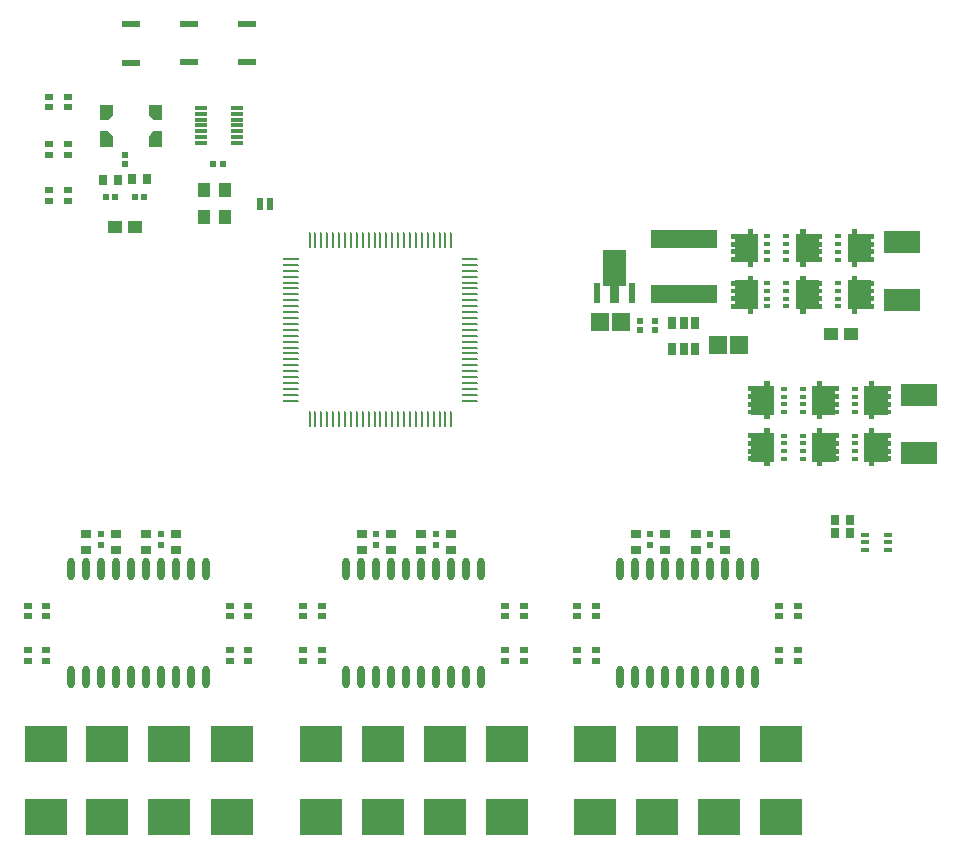
<source format=gtp>
G04*
G04 #@! TF.GenerationSoftware,Altium Limited,Altium Designer,24.4.1 (13)*
G04*
G04 Layer_Color=8421504*
%FSLAX44Y44*%
%MOMM*%
G71*
G04*
G04 #@! TF.SameCoordinates,D7575A33-01EC-4171-9A11-0C774D8D2981*
G04*
G04*
G04 #@! TF.FilePolarity,Positive*
G04*
G01*
G75*
%ADD21R,1.1500X1.0500*%
%ADD22R,1.5000X1.5500*%
%ADD23O,0.6000X1.9500*%
%ADD24R,0.5500X0.5500*%
%ADD25R,0.5200X0.5200*%
%ADD26R,0.7565X0.8621*%
%ADD27R,0.5200X0.5200*%
%ADD28C,0.9900*%
%ADD29C,0.9698*%
%ADD30R,0.9779X0.3048*%
%ADD31R,1.5000X0.5500*%
%ADD32R,0.8000X0.5000*%
%ADD33R,0.9500X0.8000*%
%ADD34R,3.5700X3.1000*%
%ADD35R,0.5500X0.5500*%
%ADD36C,1.7397*%
%ADD37R,0.5800X1.7300*%
%ADD38R,5.7000X1.6000*%
%ADD39R,0.7000X1.0000*%
G04:AMPARAMS|DCode=40|XSize=0.2125mm|YSize=1.3552mm|CornerRadius=0.1062mm|HoleSize=0mm|Usage=FLASHONLY|Rotation=0.000|XOffset=0mm|YOffset=0mm|HoleType=Round|Shape=RoundedRectangle|*
%AMROUNDEDRECTD40*
21,1,0.2125,1.1428,0,0,0.0*
21,1,0.0000,1.3552,0,0,0.0*
1,1,0.2125,0.0000,-0.5714*
1,1,0.2125,0.0000,-0.5714*
1,1,0.2125,0.0000,0.5714*
1,1,0.2125,0.0000,0.5714*
%
%ADD40ROUNDEDRECTD40*%
G04:AMPARAMS|DCode=41|XSize=1.3552mm|YSize=0.2125mm|CornerRadius=0.1062mm|HoleSize=0mm|Usage=FLASHONLY|Rotation=0.000|XOffset=0mm|YOffset=0mm|HoleType=Round|Shape=RoundedRectangle|*
%AMROUNDEDRECTD41*
21,1,1.3552,0.0000,0,0,0.0*
21,1,1.1428,0.2125,0,0,0.0*
1,1,0.2125,0.5714,0.0000*
1,1,0.2125,-0.5714,0.0000*
1,1,0.2125,-0.5714,0.0000*
1,1,0.2125,0.5714,0.0000*
%
%ADD41ROUNDEDRECTD41*%
%ADD42R,1.3552X0.2125*%
%ADD43R,0.7500X0.8500*%
%ADD44R,0.7000X0.8500*%
%ADD45R,0.8000X0.4000*%
%ADD46R,1.0500X1.3000*%
%ADD47R,0.5750X1.1400*%
%ADD48R,0.5000X0.3500*%
%ADD49R,3.1500X1.9600*%
G36*
X135000Y814250D02*
X128000D01*
X124000Y819250D01*
Y827750D01*
X135000D01*
Y814250D01*
D02*
G37*
G36*
X94000Y819250D02*
X90000Y814250D01*
X83000D01*
Y827750D01*
X94000D01*
Y819250D01*
D02*
G37*
G36*
X135000Y791750D02*
X124000D01*
Y800250D01*
X128000Y805250D01*
X135000D01*
Y791750D01*
D02*
G37*
G36*
X94000Y800250D02*
Y791750D01*
X83000D01*
Y805250D01*
X90000D01*
X94000Y800250D01*
D02*
G37*
G36*
X724150Y718500D02*
X735500D01*
Y718000D01*
X738500D01*
Y714000D01*
X735500D01*
Y711500D01*
X738500D01*
Y707500D01*
X735500D01*
Y705000D01*
X738500D01*
Y701000D01*
X735500D01*
Y698500D01*
X738500D01*
Y694500D01*
X735500D01*
Y694000D01*
X724150D01*
Y690200D01*
X719850D01*
Y694000D01*
X715700D01*
Y718500D01*
X719850D01*
Y722300D01*
X724150D01*
Y718500D01*
D02*
G37*
G36*
X680150D02*
X691500D01*
Y718000D01*
X694500D01*
Y714000D01*
X691500D01*
Y711500D01*
X694500D01*
Y707500D01*
X691500D01*
Y705000D01*
X694500D01*
Y701000D01*
X691500D01*
Y698500D01*
X694500D01*
Y694500D01*
X691500D01*
Y694000D01*
X680150D01*
Y690200D01*
X675850D01*
Y694000D01*
X671700D01*
Y718500D01*
X675850D01*
Y722300D01*
X680150D01*
Y718500D01*
D02*
G37*
G36*
X635900D02*
X640050D01*
Y694000D01*
X635900D01*
Y690200D01*
X631600D01*
Y694000D01*
X620250D01*
Y694500D01*
X617250D01*
Y698500D01*
X620250D01*
Y701000D01*
X617250D01*
Y705000D01*
X620250D01*
Y707500D01*
X617250D01*
Y711500D01*
X620250D01*
Y714000D01*
X617250D01*
Y718000D01*
X620250D01*
Y718500D01*
X631600D01*
Y722300D01*
X635900D01*
Y718500D01*
D02*
G37*
G36*
X527915Y674350D02*
X522050D01*
Y659350D01*
X514450D01*
Y674350D01*
X508585D01*
Y704650D01*
X527915D01*
Y674350D01*
D02*
G37*
G36*
X724150Y678750D02*
X735500D01*
Y678250D01*
X738500D01*
Y674250D01*
X735500D01*
Y671750D01*
X738500D01*
Y667750D01*
X735500D01*
Y665250D01*
X738500D01*
Y661250D01*
X735500D01*
Y658750D01*
X738500D01*
Y654750D01*
X735500D01*
Y654250D01*
X724150D01*
Y650450D01*
X719850D01*
Y654250D01*
X715700D01*
Y678750D01*
X719850D01*
Y682550D01*
X724150D01*
Y678750D01*
D02*
G37*
G36*
X680150D02*
X691500D01*
Y678250D01*
X694500D01*
Y674250D01*
X691500D01*
Y671750D01*
X694500D01*
Y667750D01*
X691500D01*
Y665250D01*
X694500D01*
Y661250D01*
X691500D01*
Y658750D01*
X694500D01*
Y654750D01*
X691500D01*
Y654250D01*
X680150D01*
Y650450D01*
X675850D01*
Y654250D01*
X671700D01*
Y678750D01*
X675850D01*
Y682550D01*
X680150D01*
Y678750D01*
D02*
G37*
G36*
X635900D02*
X640050D01*
Y654250D01*
X635900D01*
Y650450D01*
X631600D01*
Y654250D01*
X620250D01*
Y654750D01*
X617250D01*
Y658750D01*
X620250D01*
Y661250D01*
X617250D01*
Y665250D01*
X620250D01*
Y667750D01*
X617250D01*
Y671750D01*
X620250D01*
Y674250D01*
X617250D01*
Y678250D01*
X620250D01*
Y678750D01*
X631600D01*
Y682550D01*
X635900D01*
Y678750D01*
D02*
G37*
G36*
X738437Y589500D02*
X749787D01*
Y589000D01*
X752787D01*
Y585000D01*
X749787D01*
Y582500D01*
X752787D01*
Y578500D01*
X749787D01*
Y576000D01*
X752787D01*
Y572000D01*
X749787D01*
Y569500D01*
X752787D01*
Y565500D01*
X749787D01*
Y565000D01*
X738437D01*
Y561200D01*
X734137D01*
Y565000D01*
X729987D01*
Y589500D01*
X734137D01*
Y593300D01*
X738437D01*
Y589500D01*
D02*
G37*
G36*
X694087D02*
X705437D01*
Y589000D01*
X708437D01*
Y585000D01*
X705437D01*
Y582500D01*
X708437D01*
Y578500D01*
X705437D01*
Y576000D01*
X708437D01*
Y572000D01*
X705437D01*
Y569500D01*
X708437D01*
Y565500D01*
X705437D01*
Y565000D01*
X694087D01*
Y561200D01*
X689787D01*
Y565000D01*
X685637D01*
Y589500D01*
X689787D01*
Y593300D01*
X694087D01*
Y589500D01*
D02*
G37*
G36*
X649687D02*
X653837D01*
Y565000D01*
X649687D01*
Y561200D01*
X645387D01*
Y565000D01*
X634037D01*
Y565500D01*
X631037D01*
Y569500D01*
X634037D01*
Y572000D01*
X631037D01*
Y576000D01*
X634037D01*
Y578500D01*
X631037D01*
Y582500D01*
X634037D01*
Y585000D01*
X631037D01*
Y589000D01*
X634037D01*
Y589500D01*
X645387D01*
Y593300D01*
X649687D01*
Y589500D01*
D02*
G37*
G36*
X738337Y549750D02*
X749687D01*
Y549250D01*
X752687D01*
Y545250D01*
X749687D01*
Y542750D01*
X752687D01*
Y538750D01*
X749687D01*
Y536250D01*
X752687D01*
Y532250D01*
X749687D01*
Y529750D01*
X752687D01*
Y525750D01*
X749687D01*
Y525250D01*
X738337D01*
Y521450D01*
X734037D01*
Y525250D01*
X729887D01*
Y549750D01*
X734037D01*
Y553550D01*
X738337D01*
Y549750D01*
D02*
G37*
G36*
X694187D02*
X705537D01*
Y549250D01*
X708537D01*
Y545250D01*
X705537D01*
Y542750D01*
X708537D01*
Y538750D01*
X705537D01*
Y536250D01*
X708537D01*
Y532250D01*
X705537D01*
Y529750D01*
X708537D01*
Y525750D01*
X705537D01*
Y525250D01*
X694187D01*
Y521450D01*
X689887D01*
Y525250D01*
X685737D01*
Y549750D01*
X689887D01*
Y553550D01*
X694187D01*
Y549750D01*
D02*
G37*
G36*
X649687D02*
X653837D01*
Y525250D01*
X649687D01*
Y521450D01*
X645387D01*
Y525250D01*
X634037D01*
Y525750D01*
X631037D01*
Y529750D01*
X634037D01*
Y532250D01*
X631037D01*
Y536250D01*
X634037D01*
Y538750D01*
X631037D01*
Y542750D01*
X634037D01*
Y545250D01*
X631037D01*
Y549250D01*
X634037D01*
Y549750D01*
X645387D01*
Y553550D01*
X649687D01*
Y549750D01*
D02*
G37*
D21*
X701630Y633270D02*
D03*
X718630D02*
D03*
X95500Y724250D02*
D03*
X112500D02*
D03*
D22*
X605981Y624500D02*
D03*
X623981D02*
D03*
X506000Y644000D02*
D03*
X524000D02*
D03*
D23*
X58100Y343250D02*
D03*
X70800D02*
D03*
X83500D02*
D03*
X96200D02*
D03*
X108900D02*
D03*
X121600D02*
D03*
X134300D02*
D03*
X147000D02*
D03*
X159700D02*
D03*
X172400D02*
D03*
X58100Y434250D02*
D03*
X70800D02*
D03*
X83500D02*
D03*
X96200D02*
D03*
X108900D02*
D03*
X121600D02*
D03*
X134300D02*
D03*
X147000D02*
D03*
X159700D02*
D03*
X172400D02*
D03*
X405650Y434250D02*
D03*
X392950D02*
D03*
X380250D02*
D03*
X367550D02*
D03*
X354850D02*
D03*
X342150D02*
D03*
X329450D02*
D03*
X316750D02*
D03*
X304050D02*
D03*
X291350D02*
D03*
X405650Y343250D02*
D03*
X392950D02*
D03*
X380250D02*
D03*
X367550D02*
D03*
X354850D02*
D03*
X342150D02*
D03*
X329450D02*
D03*
X316750D02*
D03*
X304050D02*
D03*
X291350D02*
D03*
X637650Y434250D02*
D03*
X624950D02*
D03*
X612250D02*
D03*
X599550D02*
D03*
X586850D02*
D03*
X574150D02*
D03*
X561450D02*
D03*
X548750D02*
D03*
X536050D02*
D03*
X523350D02*
D03*
X637650Y343250D02*
D03*
X624950D02*
D03*
X612250D02*
D03*
X599550D02*
D03*
X586850D02*
D03*
X574150D02*
D03*
X561450D02*
D03*
X548750D02*
D03*
X536050D02*
D03*
X523350D02*
D03*
D24*
X178059Y777000D02*
D03*
X187059D02*
D03*
D25*
X95526Y749250D02*
D03*
X87526D02*
D03*
X120300D02*
D03*
X112300D02*
D03*
D26*
X98035Y764250D02*
D03*
X85017D02*
D03*
X122809Y764294D02*
D03*
X109791D02*
D03*
D27*
X103900Y777000D02*
D03*
Y785000D02*
D03*
X552500Y636750D02*
D03*
Y644750D02*
D03*
X539750D02*
D03*
Y636750D02*
D03*
D28*
X88500Y797250D02*
D03*
X129500D02*
D03*
D29*
Y821000D02*
D03*
X88500D02*
D03*
D30*
X198879Y794998D02*
D03*
Y799999D02*
D03*
Y805000D02*
D03*
Y810001D02*
D03*
Y815003D02*
D03*
Y820004D02*
D03*
Y825005D02*
D03*
X168018D02*
D03*
Y820004D02*
D03*
Y815003D02*
D03*
Y810001D02*
D03*
Y805000D02*
D03*
Y799999D02*
D03*
Y794998D02*
D03*
D31*
X158250Y896250D02*
D03*
Y863750D02*
D03*
X109000Y895500D02*
D03*
Y863000D02*
D03*
X207500Y863750D02*
D03*
Y896250D02*
D03*
D32*
X254750Y403500D02*
D03*
X270750D02*
D03*
X254750Y394500D02*
D03*
X270750D02*
D03*
X441750Y356750D02*
D03*
X425750D02*
D03*
X441750Y365750D02*
D03*
X425750D02*
D03*
X254750Y365751D02*
D03*
X270750D02*
D03*
X254750Y356750D02*
D03*
X270750D02*
D03*
X441750Y394499D02*
D03*
X425750D02*
D03*
X441750Y403500D02*
D03*
X425750D02*
D03*
X21500Y403500D02*
D03*
X37500D02*
D03*
X21500Y394500D02*
D03*
X37500D02*
D03*
X208500Y394500D02*
D03*
X192500D02*
D03*
X208500Y403500D02*
D03*
X192500D02*
D03*
X21500Y365750D02*
D03*
X37500D02*
D03*
X21500Y356750D02*
D03*
X37500D02*
D03*
X208500Y356750D02*
D03*
X192500D02*
D03*
X208500Y365750D02*
D03*
X192500D02*
D03*
X673750Y394500D02*
D03*
X657750D02*
D03*
X673750Y403500D02*
D03*
X657750D02*
D03*
X486750Y365750D02*
D03*
X502750D02*
D03*
X486750Y356750D02*
D03*
X502750D02*
D03*
X673750Y356750D02*
D03*
X657750D02*
D03*
X673750Y365750D02*
D03*
X657750D02*
D03*
X486750Y403500D02*
D03*
X502750D02*
D03*
X486750Y394500D02*
D03*
X502750D02*
D03*
X40000Y755000D02*
D03*
X56000D02*
D03*
X40000Y746000D02*
D03*
X56000D02*
D03*
X56000Y785250D02*
D03*
X40000D02*
D03*
X56000Y794250D02*
D03*
X40000D02*
D03*
X56000Y825500D02*
D03*
X40000D02*
D03*
X56000Y834500D02*
D03*
X40000D02*
D03*
D33*
X304250Y463750D02*
D03*
Y450250D02*
D03*
X355000Y463750D02*
D03*
Y450250D02*
D03*
X329250Y463750D02*
D03*
Y450250D02*
D03*
X380000Y463750D02*
D03*
Y450250D02*
D03*
X146750Y463750D02*
D03*
Y450250D02*
D03*
X96000Y463750D02*
D03*
Y450250D02*
D03*
X121750Y463750D02*
D03*
Y450250D02*
D03*
X71000Y463750D02*
D03*
Y450250D02*
D03*
X612000D02*
D03*
Y463750D02*
D03*
X561250Y450250D02*
D03*
Y463750D02*
D03*
X587000Y450250D02*
D03*
Y463750D02*
D03*
X536250Y450250D02*
D03*
Y463750D02*
D03*
D34*
X270000Y286249D02*
D03*
Y224249D02*
D03*
X322250Y286249D02*
D03*
Y224249D02*
D03*
X374750Y286249D02*
D03*
Y224249D02*
D03*
X427500Y286249D02*
D03*
Y224249D02*
D03*
X194250Y286250D02*
D03*
Y224250D02*
D03*
X141500Y286250D02*
D03*
Y224250D02*
D03*
X89000Y286250D02*
D03*
Y224250D02*
D03*
X36750Y286250D02*
D03*
Y224250D02*
D03*
X659500Y286250D02*
D03*
Y224250D02*
D03*
X606750Y286250D02*
D03*
Y224250D02*
D03*
X554250Y286250D02*
D03*
Y224250D02*
D03*
X502000Y286250D02*
D03*
Y224250D02*
D03*
D35*
X316750Y464000D02*
D03*
Y455000D02*
D03*
X367500Y464000D02*
D03*
Y455000D02*
D03*
X134250Y464000D02*
D03*
Y455000D02*
D03*
X83500Y464000D02*
D03*
Y455000D02*
D03*
X548750D02*
D03*
Y464000D02*
D03*
X599500Y455000D02*
D03*
Y464000D02*
D03*
D36*
X518250Y685810D02*
D03*
D37*
X533250Y668000D02*
D03*
X503250D02*
D03*
D38*
X576925Y714296D02*
D03*
Y667296D02*
D03*
D39*
X567425Y642541D02*
D03*
X576925D02*
D03*
X586424D02*
D03*
Y620551D02*
D03*
X576925D02*
D03*
X567425D02*
D03*
D40*
X260250Y712755D02*
D03*
X265250D02*
D03*
X270250D02*
D03*
X275250D02*
D03*
X280250D02*
D03*
X285250D02*
D03*
X290250D02*
D03*
X295250D02*
D03*
X300250D02*
D03*
X305250D02*
D03*
X310250D02*
D03*
X315250D02*
D03*
X320250D02*
D03*
X325250D02*
D03*
X330250D02*
D03*
X335250D02*
D03*
X340250D02*
D03*
X345250D02*
D03*
X350250D02*
D03*
X355250D02*
D03*
X360250D02*
D03*
X365250D02*
D03*
X370250D02*
D03*
X375250D02*
D03*
X380250D02*
D03*
Y561245D02*
D03*
X375250D02*
D03*
X370250D02*
D03*
X365250D02*
D03*
X360250D02*
D03*
X355250D02*
D03*
X350250D02*
D03*
X345250D02*
D03*
X340250D02*
D03*
X335250D02*
D03*
X330250D02*
D03*
X325250D02*
D03*
X320250D02*
D03*
X315250D02*
D03*
X310250D02*
D03*
X305250D02*
D03*
X300250D02*
D03*
X295250D02*
D03*
X290250D02*
D03*
X285250D02*
D03*
X280250D02*
D03*
X275250D02*
D03*
X270250D02*
D03*
X265250D02*
D03*
X260250D02*
D03*
D41*
X396005Y697000D02*
D03*
Y692000D02*
D03*
Y687000D02*
D03*
Y682000D02*
D03*
Y677000D02*
D03*
Y672000D02*
D03*
Y667000D02*
D03*
Y662000D02*
D03*
Y657000D02*
D03*
Y652000D02*
D03*
Y647000D02*
D03*
Y642000D02*
D03*
Y637000D02*
D03*
Y632000D02*
D03*
Y627000D02*
D03*
Y622000D02*
D03*
Y617000D02*
D03*
Y612000D02*
D03*
Y607000D02*
D03*
Y602000D02*
D03*
Y597000D02*
D03*
Y592000D02*
D03*
Y587000D02*
D03*
Y582000D02*
D03*
Y577000D02*
D03*
X244495D02*
D03*
Y582000D02*
D03*
Y587000D02*
D03*
Y592000D02*
D03*
Y597000D02*
D03*
Y602000D02*
D03*
Y607000D02*
D03*
Y612000D02*
D03*
Y617000D02*
D03*
Y622000D02*
D03*
Y627000D02*
D03*
Y632000D02*
D03*
Y637000D02*
D03*
Y642000D02*
D03*
Y647000D02*
D03*
Y652000D02*
D03*
Y657000D02*
D03*
Y662000D02*
D03*
Y667000D02*
D03*
Y672000D02*
D03*
Y677000D02*
D03*
Y682000D02*
D03*
Y687000D02*
D03*
Y692000D02*
D03*
D42*
Y697000D02*
D03*
D43*
X704750Y465000D02*
D03*
X717750D02*
D03*
D44*
X705000Y476250D02*
D03*
X717500D02*
D03*
D45*
X749861Y463495D02*
D03*
Y456996D02*
D03*
Y450496D02*
D03*
X730861D02*
D03*
Y456996D02*
D03*
Y463495D02*
D03*
D46*
X170750Y755166D02*
D03*
Y732167D02*
D03*
X188250D02*
D03*
Y755166D02*
D03*
D47*
X226375Y743750D02*
D03*
X218125D02*
D03*
D48*
X722287Y567500D02*
D03*
Y574000D02*
D03*
Y580500D02*
D03*
Y587000D02*
D03*
X677937Y567500D02*
D03*
Y574000D02*
D03*
Y580500D02*
D03*
Y587000D02*
D03*
X661537D02*
D03*
Y580500D02*
D03*
Y574000D02*
D03*
Y567500D02*
D03*
X722187Y527750D02*
D03*
Y534250D02*
D03*
Y540750D02*
D03*
Y547250D02*
D03*
X678037Y527750D02*
D03*
Y534250D02*
D03*
Y540750D02*
D03*
Y547250D02*
D03*
X661537D02*
D03*
Y540750D02*
D03*
Y534250D02*
D03*
Y527750D02*
D03*
X708000Y656750D02*
D03*
Y663250D02*
D03*
Y669750D02*
D03*
Y676250D02*
D03*
X664000Y696500D02*
D03*
Y703000D02*
D03*
Y709500D02*
D03*
Y716000D02*
D03*
X647750D02*
D03*
Y709500D02*
D03*
Y703000D02*
D03*
Y696500D02*
D03*
X708000D02*
D03*
Y703000D02*
D03*
Y709500D02*
D03*
Y716000D02*
D03*
X664000Y656750D02*
D03*
Y663250D02*
D03*
Y669750D02*
D03*
Y676250D02*
D03*
X647750D02*
D03*
Y669750D02*
D03*
Y663250D02*
D03*
Y656750D02*
D03*
D49*
X776000Y532700D02*
D03*
Y581800D02*
D03*
X762250Y661855D02*
D03*
Y710955D02*
D03*
M02*

</source>
